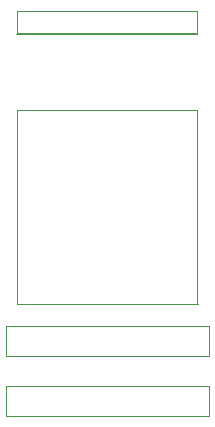
<source format=gbr>
G04 #@! TF.GenerationSoftware,KiCad,Pcbnew,(5.1.4)-1*
G04 #@! TF.CreationDate,2019-11-09T18:50:37+08:00*
G04 #@! TF.ProjectId,teensy4_header_breakout,7465656e-7379-4345-9f68-65616465725f,rev?*
G04 #@! TF.SameCoordinates,Original*
G04 #@! TF.FileFunction,Drawing*
%FSLAX46Y46*%
G04 Gerber Fmt 4.6, Leading zero omitted, Abs format (unit mm)*
G04 Created by KiCad (PCBNEW (5.1.4)-1) date 2019-11-09 18:50:37*
%MOMM*%
%LPD*%
G04 APERTURE LIST*
%ADD10C,0.120000*%
%ADD11C,0.150000*%
G04 APERTURE END LIST*
D10*
X168620000Y-114300000D02*
X151420000Y-114300000D01*
X151420000Y-111760000D02*
X168620000Y-111760000D01*
X151420000Y-114300000D02*
X151420000Y-111760000D01*
X168620000Y-111760000D02*
X168620000Y-114300000D01*
X168620000Y-109220000D02*
X168620000Y-106680000D01*
X151420000Y-109220000D02*
X168620000Y-109220000D01*
X151420000Y-106680000D02*
X151420000Y-109220000D01*
X168620000Y-106680000D02*
X151420000Y-106680000D01*
X167660000Y-104790000D02*
X152420000Y-104790000D01*
X167640000Y-88400000D02*
X167620000Y-104790000D01*
X152400000Y-88400000D02*
X152400000Y-104790000D01*
X167640000Y-88400000D02*
X152400000Y-88400000D01*
X167640000Y-80010000D02*
X152400000Y-80010000D01*
X152400000Y-80010000D02*
X152400000Y-81915000D01*
X167640000Y-80010000D02*
X167640000Y-81915000D01*
D11*
X167640000Y-81915000D02*
X152400000Y-81915000D01*
M02*

</source>
